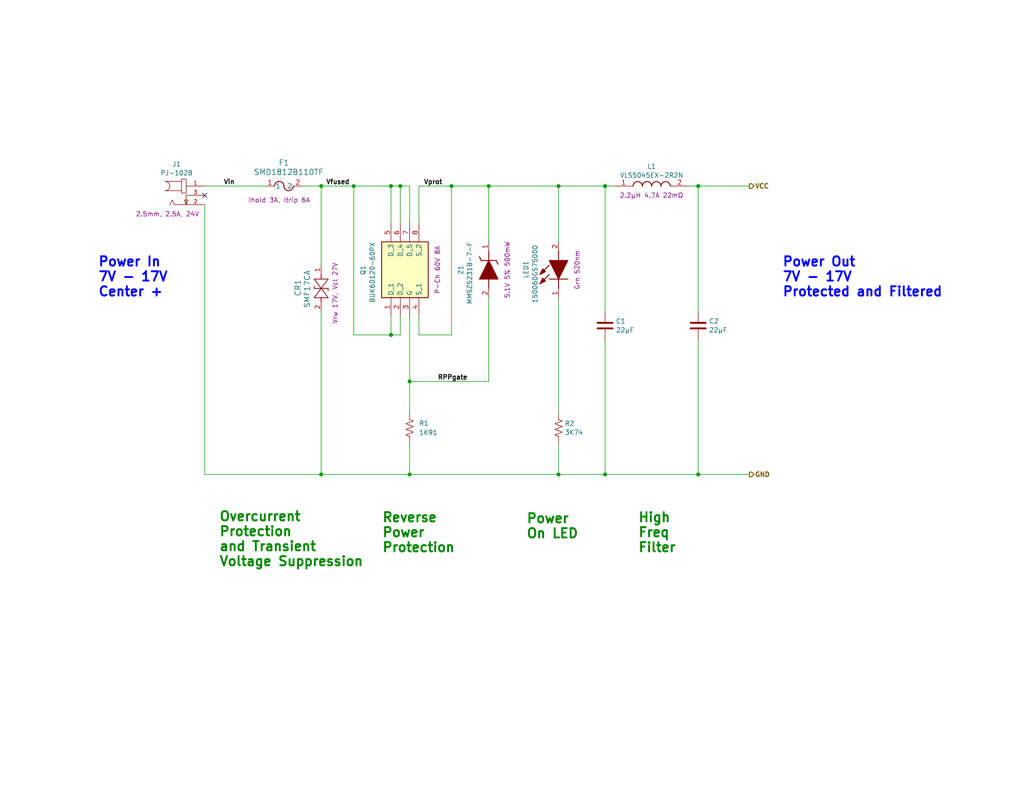
<source format=kicad_sch>
(kicad_sch (version 20230121) (generator eeschema)
  (paper "USLetter")
  (title_block (title "1016 Breadboard Power Supply - Input Power") (date "2023-10-01") (rev "1") (company "Dan Wilson") (comment 1 "Copyright © 2023, Dan Wilson"))
  (lib_symbols
    (symbol "1016:150060GS75000" (pin_names hide)
      (property "Reference" "LED" (at 12.7 8.89 0))
      (property "Value" "150060GS75000" (at 12.7 6.35 0))
      (symbol "150060GS75000_1_1"
        (polyline (pts (xy 2.54 0) (xy 5.08 0)) (stroke (width 0.254)))
        (polyline (pts (xy 5.08 2.54) (xy 5.08 -2.54)) (stroke (width 0.254)))
        (polyline (pts (xy 6.35 2.54) (xy 3.81 5.08)) (stroke (width 0.254)))
        (polyline (pts (xy 8.89 2.54) (xy 6.35 5.08)) (stroke (width 0.254)))
        (polyline (pts (xy 10.16 0) (xy 12.7 0)) (stroke (width 0.254)))
        (polyline (pts (xy 5.08 0) (xy 10.16 2.54) (xy 10.16 -2.54) (xy 5.08 0)) (stroke (width 0.254)) (fill (type outline)))
        (polyline (pts (xy 5.334 4.318) (xy 4.572 3.556) (xy 3.81 5.08) (xy 5.334 4.318)) (stroke (width 0.254)) (fill (type outline)))
        (polyline (pts (xy 7.874 4.318) (xy 7.112 3.556) (xy 6.35 5.08) (xy 7.874 4.318)) (stroke (width 0.254)) (fill (type outline)))
        (pin passive line (at 0 0 0) (length 2.54) (name "K") (number "1"))
        (pin passive line (at 15.24 0 180) (length 2.54) (name "A") (number "2"))
      )
    )
    (symbol "1016:BUK6D120-60PX"
      (property "Reference" "Q" (at 21.59 7.62 0))
      (property "Value" "BUK6D120-60PX" (at 21.59 5.08 0))
      (symbol "BUK6D120-60PX_1_1"
        (rectangle (start 5.08 2.54) (end 20.32 -10.16) (stroke (width 0.254)) (fill (type background)))
        (pin passive line (at 0 0 0) (length 5.08) (name "D_1") (number "1"))
        (pin passive line (at 0 -2.54 0) (length 5.08) (name "D_2") (number "2"))
        (pin passive line (at 0 -5.08 0) (length 5.08) (name "G") (number "3"))
        (pin passive line (at 0 -7.62 0) (length 5.08) (name "S_1") (number "4"))
        (pin passive line (at 25.4 0 180) (length 5.08) (name "D_3") (number "5"))
        (pin passive line (at 25.4 -2.54 180) (length 5.08) (name "D_4") (number "6"))
        (pin passive line (at 25.4 -5.08 180) (length 5.08) (name "D_5") (number "7"))
        (pin passive line (at 25.4 -7.62 180) (length 5.08) (name "S_2") (number "8"))
      )
    )
    (symbol "1016:MMSZ5231B-7-F" (pin_names hide)
      (property "Reference" "Z" (at 10.16 8.89 0))
      (property "Value" "MMSZ5231B-7-F" (at 10.16 6.35 0))
      (symbol "MMSZ5231B-7-F_1_1"
        (polyline (pts (xy 2.54 0) (xy 5.08 0)) (stroke (width 0.254)))
        (polyline (pts (xy 4.064 -2.54) (xy 5.08 -2.032)) (stroke (width 0.254)))
        (polyline (pts (xy 5.08 2.032) (xy 5.08 -2.032)) (stroke (width 0.254)))
        (polyline (pts (xy 5.08 2.032) (xy 6.096 2.54)) (stroke (width 0.254)))
        (polyline (pts (xy 12.7 0) (xy 10.16 0)) (stroke (width 0.254)))
        (polyline (pts (xy 5.08 0) (xy 10.16 2.54) (xy 10.16 -2.54) (xy 5.08 0)) (stroke (width 0.254)) (fill (type outline)))
        (pin passive line (at 0 0 0) (length 2.54) (name "K") (number "1"))
        (pin passive line (at 15.24 0 180) (length 2.54) (name "A") (number "2"))
      )
    )
    (symbol "1016:PJ-102B" (pin_names (offset 1.016) hide)
      (property "Reference" "J" (at -7.62 5.08 0))
      (property "Value" "PJ-102B" (at -7.62 -5.08 0))
      (symbol "PJ-102B_0_0"
        (arc (start -5.715 1.27) (mid -4.4505 2.54) (end -5.715 3.81) (stroke (width 0.1524)))
        (polyline (pts (xy -5.715 3.81) (xy -1.27 3.81)) (stroke (width 0.1524)))
        (polyline (pts (xy -3.81 -1.27) (xy -4.445 -2.54)) (stroke (width 0.1524)))
        (polyline (pts (xy -3.175 -2.54) (xy -3.81 -1.27)) (stroke (width 0.1524)))
        (polyline (pts (xy -1.27 0.635) (xy 0 0.635)) (stroke (width 0.1524)))
        (polyline (pts (xy -1.27 1.27) (xy -5.715 1.27)) (stroke (width 0.1524)))
        (polyline (pts (xy -1.27 1.27) (xy -1.27 0.635)) (stroke (width 0.1524)))
        (polyline (pts (xy -1.27 3.81) (xy -1.27 1.27)) (stroke (width 0.1524)))
        (polyline (pts (xy -1.27 4.445) (xy -1.27 3.81)) (stroke (width 0.1524)))
        (polyline (pts (xy 0 -2.54) (xy -3.175 -2.54)) (stroke (width 0.1524)))
        (polyline (pts (xy 0 0) (xy 0 -2.54)) (stroke (width 0.1524)))
        (polyline (pts (xy 0 0.635) (xy 0 4.445)) (stroke (width 0.1524)))
        (polyline (pts (xy 0 4.445) (xy -1.27 4.445)) (stroke (width 0.1524)))
        (polyline (pts (xy 0 -2.54) (xy -0.508 -1.27) (xy 0.508 -1.27) (xy 0 -2.54)) (stroke (width 0.1524)) (fill (type background)))
        (pin passive line (at 5.08 2.54 180) (length 5.08) (name "~") (number "1"))
        (pin passive line (at 5.08 -2.54 180) (length 5.08) (name "~") (number "2"))
        (pin passive line (at 5.08 0 180) (length 5.08) (name "~") (number "3"))
      )
    )
    (symbol "1016:SMD1812B110TF" (pin_names (offset 0.254))
      (property "Reference" "F" (at 5.08 3.175 0))
      (property "Value" "SMD1812B110TF" (at 5.08 -3.175 0))
      (symbol "SMD1812B110TF_1_1"
        (arc (start 5.08 0) (mid 3.81 1.2645) (end 2.54 0) (stroke (width 0.254)))
        (arc (start 5.08 0) (mid 6.35 -1.2645) (end 7.62 0) (stroke (width 0.254)))
        (pin passive line (at 0 0 0) (length 2.54) (name "1") (number "1"))
        (pin passive line (at 10.16 0 180) (length 2.54) (name "2") (number "2"))
      )
      (symbol "SMD1812B110TF_1_2"
        (arc (start 0 5.08) (mid -1.2645 3.81) (end 0 2.54) (stroke (width 0.254)))
        (arc (start 0 5.08) (mid 1.2645 6.35) (end 0 7.62) (stroke (width 0.254)))
        (pin unspecified line (at 0 0 90) (length 2.54) (name "1") (number "1"))
        (pin unspecified line (at 0 10.16 270) (length 2.54) (name "2") (number "2"))
      )
    )
    (symbol "1016:SMF17CA" (pin_names (offset 0.254))
      (property "Reference" "CR" (at 6.35 5.08 0))
      (property "Value" "SMF17CA" (at 6.35 -3.81 0))
      (symbol "SMF17CA_0_1"
        (polyline (pts (xy 2.54 0) (xy 3.4798 0)) (stroke (width 0.2032)))
        (polyline (pts (xy 3.175 0) (xy 3.81 0)) (stroke (width 0.2032)))
        (polyline (pts (xy 3.81 -1.905) (xy 6.35 0)) (stroke (width 0.2032)))
        (polyline (pts (xy 3.81 1.905) (xy 3.81 -1.905)) (stroke (width 0.2032)))
        (polyline (pts (xy 6.35 -1.905) (xy 5.715 -1.905)) (stroke (width 0.2032)))
        (polyline (pts (xy 6.35 0) (xy 3.81 1.905)) (stroke (width 0.2032)))
        (polyline (pts (xy 6.35 0) (xy 8.89 -1.905)) (stroke (width 0.2032)))
        (polyline (pts (xy 6.35 1.905) (xy 6.35 -1.905)) (stroke (width 0.2032)))
        (polyline (pts (xy 6.35 1.905) (xy 6.985 1.905)) (stroke (width 0.2032)))
        (polyline (pts (xy 8.89 -1.905) (xy 8.89 1.905)) (stroke (width 0.2032)))
        (polyline (pts (xy 8.89 1.905) (xy 6.35 0)) (stroke (width 0.2032)))
        (polyline (pts (xy 9.525 0) (xy 8.89 0)) (stroke (width 0.2032)))
        (polyline (pts (xy 10.16 0) (xy 9.2202 0)) (stroke (width 0.2032)))
      )
      (symbol "SMF17CA_1_1"
        (pin passive line (at 12.7 0 180) (length 2.54) (name "") (number "1"))
        (pin passive line (at 0 0 0) (length 2.54) (name "") (number "2"))
      )
    )
    (symbol "1016:VLS5045EX-2R2N" (pin_names hide)
      (property "Reference" "L" (at 16.51 6.35 0))
      (property "Value" "VLS5045EX-2R2N" (at 16.51 3.81 0))
      (symbol "VLS5045EX-2R2N_1_1"
        (arc (start 7.62 0) (mid 6.35 1.219) (end 5.08 0) (stroke (width 0.254)))
        (arc (start 10.16 0) (mid 8.89 1.219) (end 7.62 0) (stroke (width 0.254)))
        (arc (start 12.7 0) (mid 11.43 1.219) (end 10.16 0) (stroke (width 0.254)))
        (arc (start 15.24 0) (mid 13.97 1.219) (end 12.7 0) (stroke (width 0.254)))
        (pin passive line (at 0 0 0) (length 5.08) (name "1") (number "1"))
        (pin passive line (at 20.32 0 180) (length 5.08) (name "2") (number "2"))
      )
    )
    (symbol "Device:C" (pin_numbers hide) (pin_names (offset 0.254))
      (property "Reference" "C" (at 0.635 2.54 0))
      (property "Value" "C" (at 0.635 -2.54 0))
      (symbol "C_0_1"
        (polyline (pts (xy -2.032 -0.762) (xy 2.032 -0.762)) (stroke (width 0.508)))
        (polyline (pts (xy -2.032 0.762) (xy 2.032 0.762)) (stroke (width 0.508)))
      )
      (symbol "C_1_1"
        (pin passive line (at 0 3.81 270) (length 2.794) (name "~") (number "1"))
        (pin passive line (at 0 -3.81 90) (length 2.794) (name "~") (number "2"))
      )
    )
    (symbol "Device:R_US" (pin_numbers hide) (pin_names (offset 0))
      (property "Reference" "R" (at 2.54 0 90))
      (property "Value" "R_US" (at -2.54 0 90))
      (symbol "R_US_0_1"
        (polyline (pts (xy 0 -2.286) (xy 0 -2.54)))
        (polyline (pts (xy 0 2.286) (xy 0 2.54)))
        (polyline (pts (xy 0 -0.762) (xy 1.016 -1.143) (xy 0 -1.524) (xy -1.016 -1.905) (xy 0 -2.286)))
        (polyline (pts (xy 0 0.762) (xy 1.016 0.381) (xy 0 0) (xy -1.016 -0.381) (xy 0 -0.762)))
        (polyline (pts (xy 0 2.286) (xy 1.016 1.905) (xy 0 1.524) (xy -1.016 1.143) (xy 0 0.762)))
      )
      (symbol "R_US_1_1"
        (pin passive line (at 0 3.81 270) (length 1.27) (name "~") (number "1"))
        (pin passive line (at 0 -3.81 90) (length 1.27) (name "~") (number "2"))
      )
    )
  )
  (junction (at 106.68 50.8))
  (junction (at 96.52 50.8))
  (junction (at 152.4 129.54))
  (junction (at 190.5 50.8))
  (junction (at 190.5 129.54))
  (junction (at 109.22 50.8))
  (junction (at 87.63 129.54))
  (junction (at 165.1 129.54))
  (junction (at 106.68 91.44))
  (junction (at 87.63 50.8))
  (junction (at 111.76 104.14))
  (junction (at 123.19 50.8))
  (junction (at 152.4 50.8))
  (junction (at 133.35 50.8))
  (junction (at 111.76 129.54))
  (junction (at 165.1 50.8))
  (no_connect (at 55.88 53.34))
  (wire (pts (xy 152.4 129.54) (xy 111.76 129.54)))
  (wire (pts (xy 114.3 50.8) (xy 123.19 50.8)))
  (wire (pts (xy 123.19 91.44) (xy 123.19 50.8)))
  (wire (pts (xy 187.96 50.8) (xy 190.5 50.8)))
  (wire (pts (xy 109.22 91.44) (xy 109.22 86.36)))
  (wire (pts (xy 190.5 92.71) (xy 190.5 129.54)))
  (wire (pts (xy 152.4 81.28) (xy 152.4 113.03)))
  (wire (pts (xy 96.52 50.8) (xy 106.68 50.8)))
  (wire (pts (xy 87.63 50.8) (xy 87.63 72.39)))
  (wire (pts (xy 152.4 50.8) (xy 152.4 66.04)))
  (wire (pts (xy 165.1 50.8) (xy 167.64 50.8)))
  (wire (pts (xy 87.63 129.54) (xy 111.76 129.54)))
  (wire (pts (xy 82.55 50.8) (xy 87.63 50.8)))
  (wire (pts (xy 165.1 129.54) (xy 152.4 129.54)))
  (wire (pts (xy 133.35 50.8) (xy 133.35 66.04)))
  (wire (pts (xy 133.35 81.28) (xy 133.35 104.14)))
  (wire (pts (xy 109.22 50.8) (xy 111.76 50.8)))
  (wire (pts (xy 111.76 104.14) (xy 133.35 104.14)))
  (wire (pts (xy 87.63 85.09) (xy 87.63 129.54)))
  (wire (pts (xy 55.88 50.8) (xy 72.39 50.8)))
  (wire (pts (xy 106.68 50.8) (xy 109.22 50.8)))
  (wire (pts (xy 152.4 50.8) (xy 165.1 50.8)))
  (wire (pts (xy 106.68 50.8) (xy 106.68 60.96)))
  (wire (pts (xy 165.1 92.71) (xy 165.1 129.54)))
  (wire (pts (xy 190.5 129.54) (xy 165.1 129.54)))
  (wire (pts (xy 96.52 50.8) (xy 96.52 91.44)))
  (wire (pts (xy 106.68 91.44) (xy 109.22 91.44)))
  (wire (pts (xy 190.5 129.54) (xy 204.47 129.54)))
  (wire (pts (xy 111.76 129.54) (xy 111.76 120.65)))
  (wire (pts (xy 111.76 104.14) (xy 111.76 113.03)))
  (wire (pts (xy 133.35 50.8) (xy 152.4 50.8)))
  (wire (pts (xy 106.68 91.44) (xy 106.68 86.36)))
  (wire (pts (xy 114.3 60.96) (xy 114.3 50.8)))
  (wire (pts (xy 111.76 50.8) (xy 111.76 60.96)))
  (wire (pts (xy 55.88 129.54) (xy 87.63 129.54)))
  (wire (pts (xy 111.76 86.36) (xy 111.76 104.14)))
  (wire (pts (xy 190.5 50.8) (xy 190.5 85.09)))
  (wire (pts (xy 114.3 91.44) (xy 123.19 91.44)))
  (wire (pts (xy 190.5 50.8) (xy 204.47 50.8)))
  (wire (pts (xy 55.88 55.88) (xy 55.88 129.54)))
  (wire (pts (xy 87.63 50.8) (xy 96.52 50.8)))
  (wire (pts (xy 152.4 120.65) (xy 152.4 129.54)))
  (wire (pts (xy 109.22 50.8) (xy 109.22 60.96)))
  (wire (pts (xy 96.52 91.44) (xy 106.68 91.44)))
  (wire (pts (xy 114.3 86.36) (xy 114.3 91.44)))
  (wire (pts (xy 165.1 50.8) (xy 165.1 85.09)))
  (wire (pts (xy 123.19 50.8) (xy 133.35 50.8)))
  (text "Overcurrent\nProtection\nand Transient\nVoltage Suppression" (at 59.69 154.94 0) (effects (font (size 2.54 2.54) bold) (justify left bottom)))
  (text "Power\nOn LED" (at 143.51 147.32 0) (effects (font (size 2.54 2.54) bold) (justify left bottom)))
  (text "Reverse\nPower\nProtection" (at 104.14 151.13 0) (effects (font (size 2.54 2.54) bold) (justify left bottom)))
  (text "Power In\n7V - 17V\nCenter +" (at 26.67 81.28 0) (effects (font (size 2.54 2.54) (thickness 0.508) bold) (justify left bottom)))
  (text "Power Out\n7V - 17V\nProtected and Filtered" (at 213.36 81.28 0) (effects (font (size 2.54 2.54) (thickness 0.508) bold) (justify left bottom)))
  (text "High\nFreq\nFilter" (at 173.99 151.13 0) (effects (font (size 2.54 2.54) bold) (justify left bottom)))
  (label "Vfused" (at 88.9 50.8 0) (effects (font bold)))
  (label "RPPgate" (at 119.38 104.14 0) (effects (font bold)))
  (label "Vprot" (at 115.57 50.8 0) (effects (font bold)))
  (label "Vin" (at 60.96 50.8 0) (effects (font bold)))
  (hierarchical_label "GND" (shape output) (at 204.47 129.54 0) (effects (font bold)))
  (hierarchical_label "VCC" (shape output) (at 204.47 50.8 0) (effects (font bold)))
  (symbol (lib_id "Device:C") (at 165.1 88.9 0) (unit 1)
    (property "Reference" "C1" (at 168.021 87.6879 0) (effects (justify left)))
    (property "Value" "22µF" (at 168.021 90.1121 0) (effects (justify left)))
    (property "Footprint" "Capacitor_SMD:C_0805_2012Metric" (effects hide))
    (property "Datasheet" "https://www.mouser.com/datasheet/2/585/MLCC-1837944.pdf" (effects hide))
    (property "Description" "Pi Filter Capacitor" (effects hide))
    (property "Height" "1.25" (effects hide))
    (property "Manufacturer_Name" "Samsung" (effects hide))
    (property "Manufacturer_Part_Number" "CL21A226MAYNNNE" (effects hide))
    (property "Mouser Part Number" "187-CL21A226MAYNNNE" (effects hide))
    (property "Spec" "22µF 25V" (effects hide))
  )
  (symbol (lib_id "1016:SMF17CA") (at 87.63 85.09 90) (unit 1)
    (property "Reference" "CR1" (at 81.28 76.2 0) (effects (font (size 1.524 1.524)) (justify right)))
    (property "Value" "SMF17CA" (at 83.82 73.66 0) (effects (font (size 1.524 1.524)) (justify right)))
    (property "Footprint" "SOD-123F_LTF" (effects hide))
    (property "Datasheet" "https://www.mouser.com/datasheet/2/240/Littelfuse_TVS_Diode_SMF_Datasheet_pdf-1698977.pdf" (effects hide))
    (property "Description" "TVS Suppression Diode" (effects hide))
    (property "Height" "1" (effects hide))
    (property "LCSC Part Number" "C3719828" (effects hide))
    (property "Manufacturer_Name" "Littlefuse" (effects hide))
    (property "Manufacturer_Part_Number" "C3719828" (effects hide))
    (property "Mouser Part Number" "576-SMF17CA" (effects hide))
    (property "Spec" "Vrw 17V, Vcl 27V" (at 91.44 80.01 0))
  )
  (symbol (lib_id "Device:C") (at 190.5 88.9 0) (unit 1)
    (property "Reference" "C2" (at 193.421 87.6879 0) (effects (justify left)))
    (property "Value" "22µF" (at 193.421 90.1121 0) (effects (justify left)))
    (property "Footprint" "Capacitor_SMD:C_0805_2012Metric" (effects hide))
    (property "Datasheet" "https://www.mouser.com/datasheet/2/585/MLCC-1837944.pdf" (effects hide))
    (property "Description" "Pi Filter Capacitor" (effects hide))
    (property "Height" "1.25" (effects hide))
    (property "Manufacturer_Name" "Samsung" (effects hide))
    (property "Manufacturer_Part_Number" "CL21A226MAYNNNE" (effects hide))
    (property "Mouser Part Number" "187-CL21A226MAYNNNE" (effects hide))
    (property "Spec" "22µF 25V" (effects hide))
  )
  (symbol (lib_id "1016:SMD1812B110TF") (at 72.39 50.8 0) (unit 1)
    (property "Reference" "F1" (at 77.47 44.45 0) (effects (font (size 1.524 1.524))))
    (property "Value" "SMD1812B110TF" (at 78.74 46.99 0) (effects (font (size 1.524 1.524))))
    (property "Footprint" "FUSE_SMD1812B110TF_YAG" (effects hide))
    (property "Datasheet" "https://www.mouser.com/datasheet/2/447/YAGO_S_A0012927859_1-2572977.pdf" (effects hide))
    (property "Description" "PTC Resettable Fuse" (effects hide))
    (property "Height" "1.6" (effects hide))
    (property "LCSC Part Number" "C269149" (effects hide))
    (property "Manufacturer_Name" "Yageo-Brightking" (effects hide))
    (property "Manufacturer_Part_Number" "SMD1812B300TFT" (effects hide))
    (property "Mouser Part Number" "603-SMD1812B300TFT" (effects hide))
    (property "Spec" "Ihold 3A, Itrip 6A" (at 76.2 54.61 0))
  )
  (symbol (lib_id "1016:PJ-102B") (at 50.8 53.34 0) (unit 1)
    (property "Reference" "J1" (at 48.1965 44.8015 0))
    (property "Value" "PJ-102B" (at 48.1965 47.2257 0))
    (property "Footprint" "CUI_PJ-102B" (effects hide))
    (property "Datasheet" "https://www.mouser.com/datasheet/2/670/pj_102b-1778740.pdf" (effects hide))
    (property "Description" "Input Power Jack" (effects hide))
    (property "Height" "11" (effects hide))
    (property "Manufacturer_Name" "CUI Devices" (effects hide))
    (property "Manufacturer_Part_Number" "PJ-102B" (effects hide))
    (property "Mouser Part Number" "490-PJ-102B" (effects hide))
    (property "Spec" "2.5mm, 2.5A, 24V" (at 45.72 58.42 0))
  )
  (symbol (lib_id "1016:MMSZ5231B-7-F") (at 133.35 66.04 270) (unit 1)
    (property "Reference" "Z1" (at 125.73 72.39 0) (effects (justify left)))
    (property "Value" "MMSZ5231B-7-F" (at 128.1542 66.04 0) (effects (justify left)))
    (property "Footprint" "SOD3716X145N" (effects hide))
    (property "Datasheet" "https://www.diodes.com/assets/Datasheets/ds18010.pdf" (effects hide))
    (property "Height" "1.0" (effects hide))
    (property "Manufacturer_Name" "Diodes Inc." (effects hide))
    (property "Manufacturer_Part_Number" "MMSZ5231B-7-F" (effects hide))
    (property "Mouser Part Number" "621-MMSZ5231B-F" (effects hide))
    (property "Description" "RPP Zener Diode" (effects hide))
    (property "LCSC Part Number" "C85181" (effects hide))
    (property "Spec" "5.1V 5% 500mW" (at 138.43 73.66 0))
  )
  (symbol (lib_id "Device:R_US") (at 111.76 116.84 0) (unit 1)
    (property "Reference" "R1" (at 114.3 115.57 0) (effects (justify left)))
    (property "Value" "1K91" (at 114.3 118.11 0) (effects (justify left)))
    (property "Footprint" "Resistor_SMD:R_0603_1608Metric" (effects hide))
    (property "Datasheet" "https://www.mouser.com/datasheet/2/447/YAGEO_PYu_RC_Group_51_RoHS_L_12-3313492.pdf" (effects hide))
    (property "Description" "RPP Zener Resistor" (effects hide))
    (property "LCSC Part Number" "C185353" (effects hide))
    (property "Spec" "1K91 100mW" (effects hide))
    (property "Height" "0.45" (effects hide))
    (property "Manufacturer_Name" "Yageo" (effects hide))
    (property "Manufacturer_Part_Number" "RC0603FR-071K91L" (effects hide))
    (property "Mouser Part Number" "603-RC0603FR-071K91L" (effects hide))
  )
  (symbol (lib_id "1016:VLS5045EX-2R2N") (at 167.64 50.8 0) (unit 1)
    (property "Reference" "L1" (at 177.8 45.4367 0))
    (property "Value" "VLS5045EX-2R2N" (at 177.8 47.8609 0))
    (property "Footprint" "VLS5045EX330M" (effects hide))
    (property "Datasheet" "https://product.tdk.com/system/files/dam/doc/product/inductor/inductor/smd/catalog/inductor_commercial_power_vls5045ex_en.pdf" (effects hide))
    (property "Height" "4.5" (effects hide))
    (property "Manufacturer_Name" "TDK" (effects hide))
    (property "Manufacturer_Part_Number" "VLS5045EX-2R2N" (effects hide))
    (property "Mouser Part Number" "810-VLS5045EX-2R2N" (effects hide))
    (property "Description" "Pi Filter Inductor" (effects hide))
    (property "LCSC Part Number" "C434831" (effects hide))
    (property "Spec" "2.2µH 4.7A 22mΩ" (at 177.8 53.34 0))
  )
  (symbol (lib_id "1016:150060GS75000") (at 152.4 81.28 90) (unit 1)
    (property "Reference" "LED1" (at 143.51 71.12 0) (effects (justify right)))
    (property "Value" "150060GS75000" (at 145.9921 66.802 0) (effects (justify right)))
    (property "Footprint" "LEDC1608X80N" (effects hide))
    (property "Datasheet" "https://www.we-online.com/catalog/datasheet/150060GS75000.pdf" (effects hide))
    (property "Height" "0.7" (effects hide))
    (property "Manufacturer_Name" "Wurth Elektronik" (effects hide))
    (property "Manufacturer_Part_Number" "150060GS75000" (effects hide))
    (property "Mouser Part Number" "710-150060GS75000" (effects hide))
    (property "Description" "Power On LED" (effects hide))
    (property "LCSC Part Number" "C5252984" (effects hide))
    (property "Spec" "Grn 520nm" (at 157.48 73.66 0))
  )
  (symbol (lib_id "1016:BUK6D120-60PX") (at 106.68 86.36 90) (unit 1)
    (property "Reference" "Q1" (at 99.06 72.39 0) (effects (justify right)))
    (property "Value" "BUK6D120-60PX" (at 101.6 66.04 0) (effects (justify right)))
    (property "Footprint" "1013v4:BUK6D12060PX" (effects hide))
    (property "Datasheet" "https://www.arrow.com/en/products/buk6d120-60px/nexperia?region=europe" (effects hide))
    (property "Height" "0.65" (effects hide))
    (property "Manufacturer_Name" "Nexperia" (effects hide))
    (property "Manufacturer_Part_Number" "BUK6D120-60PX" (effects hide))
    (property "Description" "RPP MOSFET" (effects hide))
    (property "LCSC Part Number" "C503628" (effects hide))
    (property "Spec" "P-Ch 60V 8A" (at 119.38 73.66 0))
    (property "Mouser Part Number" "771-BUK6D120-60PX" (effects hide))
  )
  (symbol (lib_id "Device:R_US") (at 152.4 116.84 0) (unit 1)
    (property "Reference" "R2" (at 154.051 115.6279 0) (effects (justify left)))
    (property "Value" "3K74" (at 154.051 118.0521 0) (effects (justify left)))
    (property "Footprint" "Resistor_SMD:R_0603_1608Metric" (effects hide))
    (property "Datasheet" "https://www.mouser.com/datasheet/2/447/YAGEO_PYu_RC_Group_51_RoHS_L_12-3313492.pdf" (effects hide))
    (property "Description" "LED Resistor" (effects hide))
    (property "LCSC Part Number" "C137728" (effects hide))
    (property "Spec" "3K74 100mW" (effects hide))
    (property "Height" "0.45" (effects hide))
    (property "Manufacturer_Name" "Yageo" (effects hide))
    (property "Manufacturer_Part_Number" "RC0603FR-073K74L" (effects hide))
    (property "Mouser Part Number" "603-RC0603FR-073K74L" (effects hide))
  )
)
</source>
